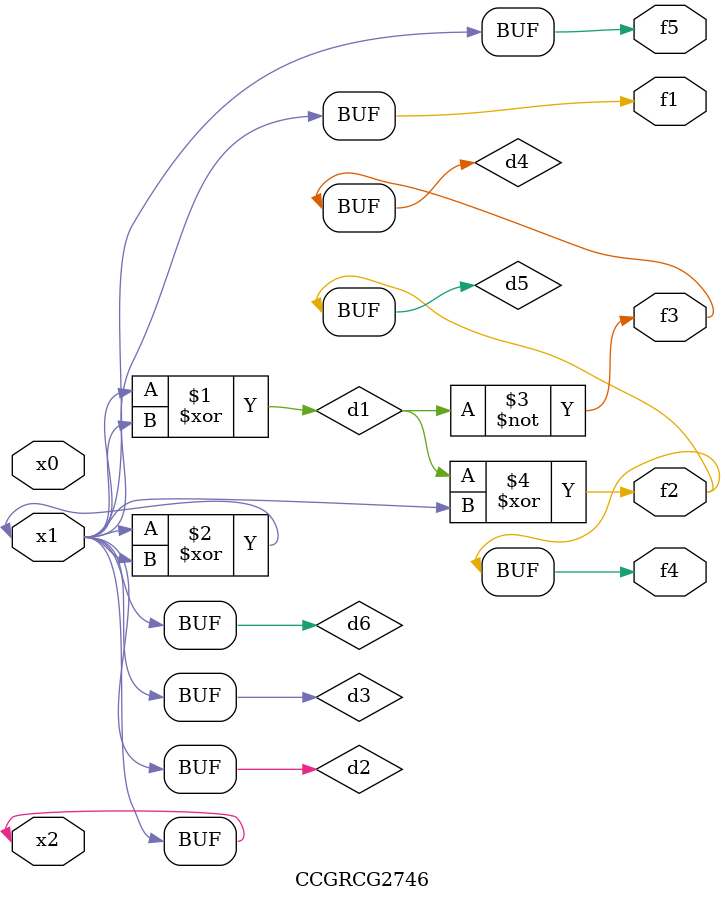
<source format=v>
module CCGRCG2746(
	input x0, x1, x2,
	output f1, f2, f3, f4, f5
);

	wire d1, d2, d3, d4, d5, d6;

	xor (d1, x1, x2);
	buf (d2, x1, x2);
	xor (d3, x1, x2);
	nor (d4, d1);
	xor (d5, d1, d2);
	buf (d6, d2, d3);
	assign f1 = d6;
	assign f2 = d5;
	assign f3 = d4;
	assign f4 = d5;
	assign f5 = d6;
endmodule

</source>
